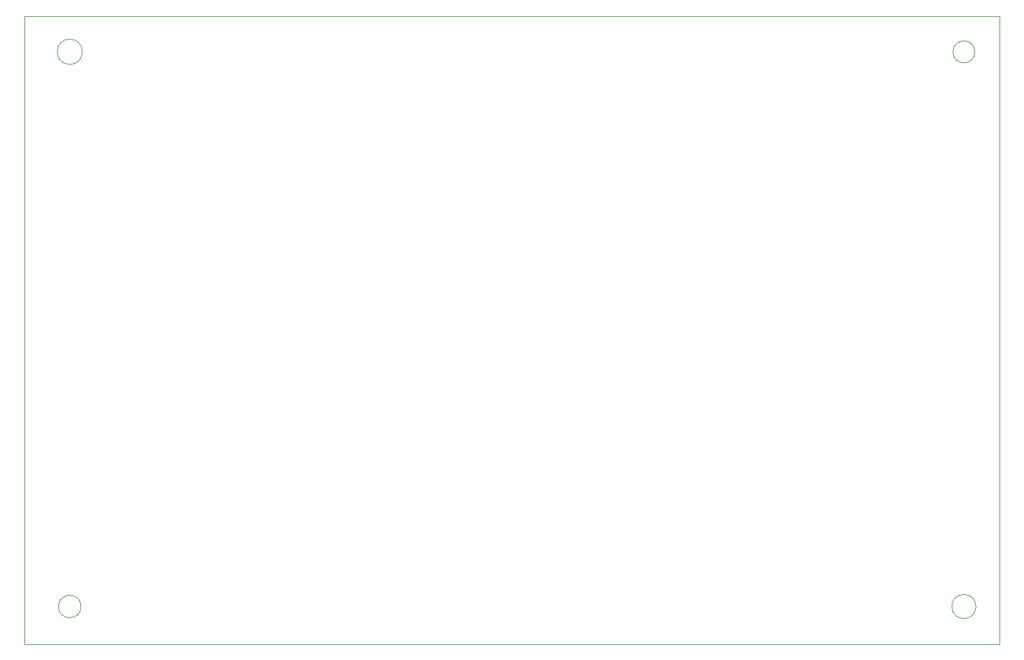
<source format=gm1>
G04 #@! TF.GenerationSoftware,KiCad,Pcbnew,(5.1.6)-1*
G04 #@! TF.CreationDate,2020-09-08T01:23:52+05:30*
G04 #@! TF.ProjectId,PCB board,50434220-626f-4617-9264-2e6b69636164,rev?*
G04 #@! TF.SameCoordinates,Original*
G04 #@! TF.FileFunction,Profile,NP*
%FSLAX46Y46*%
G04 Gerber Fmt 4.6, Leading zero omitted, Abs format (unit mm)*
G04 Created by KiCad (PCBNEW (5.1.6)-1) date 2020-09-08 01:23:52*
%MOMM*%
%LPD*%
G01*
G04 APERTURE LIST*
G04 #@! TA.AperFunction,Profile*
%ADD10C,0.050000*%
G04 #@! TD*
G04 APERTURE END LIST*
D10*
X95683884Y-52070000D02*
G75*
G03*
X95683884Y-52070000I-1703884J0D01*
G01*
X216111062Y-52070000D02*
G75*
G03*
X216111062Y-52070000I-1481062J0D01*
G01*
X216256394Y-127000000D02*
G75*
G03*
X216256394Y-127000000I-1626394J0D01*
G01*
X95504000Y-127000000D02*
G75*
G03*
X95504000Y-127000000I-1524000J0D01*
G01*
X87884000Y-132080000D02*
X87884000Y-47244000D01*
X219456000Y-132080000D02*
X87884000Y-132080000D01*
X219456000Y-47244000D02*
X219456000Y-132080000D01*
X87884000Y-47244000D02*
X219456000Y-47244000D01*
M02*

</source>
